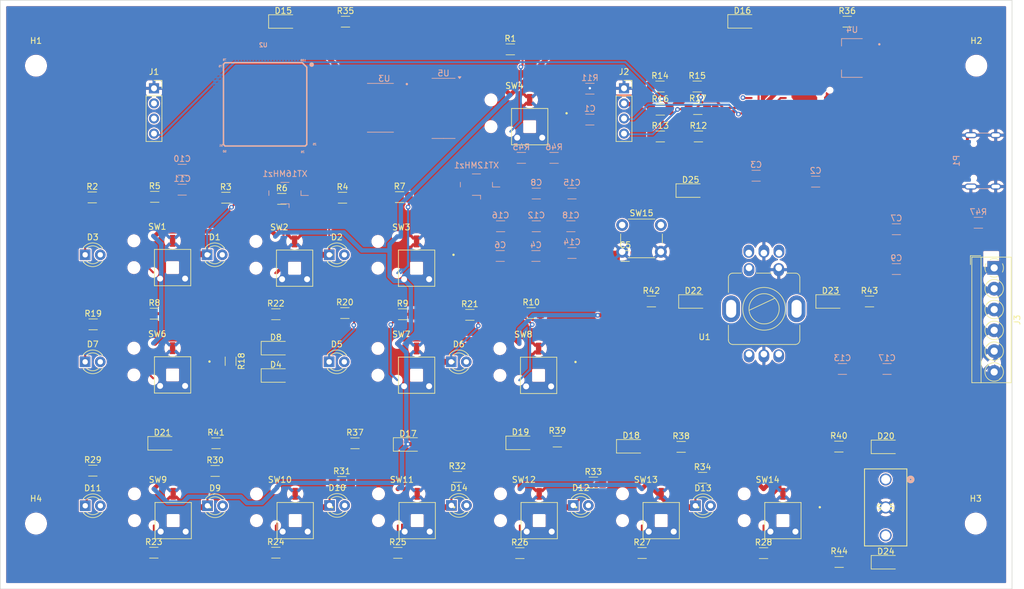
<source format=kicad_pcb>
(kicad_pcb (version 20240108) (generator "pcbnew") (generator_version "8.0")
  (layers (0 "F.Cu" signal) (31 "B.Cu" signal) (34 "B.Paste" user) (35 "F.Paste" user) (36 "B.SilkS" user "B.Silkscreen") (37 "F.SilkS" user "F.Silkscreen") (38 "B.Mask" user) (39 "F.Mask" user) (44 "Edge.Cuts" user))
  (net 0 "")
  (net 1 "SDA0")
  (net 2 "SCL0")
  (net 3 "GND")
  (net 4 "SCL1")
  (net 5 "SDA1")
  (net 6 "RADIO_KHZ_RIGHT")
  (net 7 "RADIO_MHZ_RIGHT")
  (net 8 "RADIO_KHZ_LEFT")
  (net 9 "RADIO_MHZ_LEFT")
  (net 10 "SDA")
  (net 11 "SCL")
  (net 12 "BACK_LED")
  (net 13 "+3V31")
  (net 14 "VHF3_LED")
  (net 15 "VHF1_LED")
  (net 16 "VHF2_LED")
  (net 18 "Net-(R1-Pad2)")
  (net 19 "Net-(D1-K)")
  (net 20 "Net-(D2-K)")
  (net 21 "Net-(D3-K)")
  (net 22 "Net-(R5-Pad1)")
  (net 35 "Net-(U3-~{RESET})")
  (net 36 "Net-(R6-Pad1)")
  (net 38 "Net-(R7-Pad2)")
  (net 41 "Net-(R8-Pad1)")
  (net 45 "Net-(U2-AREF)")
  (net 46 "VBUS")
  (net 47 "Net-(R9-Pad1)")
  (net 48 "Net-(R10-Pad1)")
  (net 51 "Net-(R23-Pad1)")
  (net 52 "Net-(R24-Pad1)")
  (net 54 "Net-(D4-K)")
  (net 55 "SEL_LED")
  (net 56 "HF2_LED")
  (net 57 "Net-(D5-K)")
  (net 58 "AM_LED")
  (net 59 "Net-(D6-K)")
  (net 60 "Net-(D7-K)")
  (net 61 "HF1_LED")
  (net 62 "Net-(D8-K)")
  (net 63 "VOR_LED")
  (net 64 "Net-(D9-K)")
  (net 65 "ILS_LED")
  (net 66 "Net-(D10-K)")
  (net 67 "NAV_LED")
  (net 68 "Net-(D11-K)")
  (net 69 "Net-(D12-K)")
  (net 70 "ADF_LED")
  (net 71 "Net-(D13-K)")
  (net 72 "BFO_LED")
  (net 73 "Net-(D14-K)")
  (net 74 "MLS_LED")
  (net 76 "Net-(R25-Pad1)")
  (net 77 "Net-(R26-Pad1)")
  (net 80 "Net-(R27-Pad1)")
  (net 82 "Net-(R28-Pad1)")
  (net 83 "VHF1_BTN")
  (net 85 "VHF2_BTN")
  (net 87 "Net-(D15-K)")
  (net 88 "Net-(D16-K)")
  (net 89 "Net-(D17-K)")
  (net 90 "Net-(D18-K)")
  (net 91 "Net-(D19-K)")
  (net 92 "Net-(D20-K)")
  (net 93 "Net-(D21-K)")
  (net 94 "Net-(D22-K)")
  (net 95 "Net-(D23-K)")
  (net 96 "Net-(D24-K)")
  (net 97 "MISO")
  (net 98 "MOSI")
  (net 99 "SCK")
  (net 100 "RESET")
  (net 101 "+5V")
  (net 102 "Net-(U5-V3)")
  (net 103 "Net-(C2-Pad1)")
  (net 105 "UD+")
  (net 106 "Net-(U5-XO)")
  (net 107 "Net-(U5-XI)")
  (net 108 "UD-")
  (net 110 "RXD")
  (net 111 "TXD")
  (net 114 "Net-(U5-TXD)")
  (net 115 "Net-(U5-RXD)")
  (net 116 "DTR")
  (net 122 "VCC")
  (net 123 "Net-(U2-XTAL1)")
  (net 124 "Net-(U2-XTAL2)")
  (net 125 "Net-(U2-~{RESET})")
  (net 205 "VHF3_BTN")
  (net 206 "XFER_BTN")
  (net 207 "HF1_BTN")
  (net 208 "HF2_BTN")
  (net 209 "AM_BTN")
  (net 210 "NAV_BTN")
  (net 211 "VOR_BTN")
  (net 212 "ILS_BTN")
  (net 213 "MLS_BTN")
  (net 214 "ADF_BTN")
  (net 215 "BFO_BTN")
  (footprint "Resistor_SMD:R_1206_3216Metric_Pad1.30x1.75mm_HandSolder" (layer "F.Cu") (at 138.9 36.9)
    (property "Reference" "R13")
    (property "Value" "R4.7K")
  )
  (footprint "SimPanel:SW_TL3240F260R" (layer "F.Cu") (at 98.05 101.5)
    (property "Reference" "SW11")
    (property "Value" "ILS")
  )
  (footprint "Resistor_SMD:R_1206_3216Metric_Pad1.30x1.75mm_HandSolder" (layer "F.Cu") (at 121.6 88.2)
    (property "Reference" "R39")
    (property "Value" "BACK5_L_R")
  )
  (footprint "Resistor_SMD:R_1206_3216Metric_Pad1.30x1.75mm_HandSolder" (layer "F.Cu") (at 156.25 106.975)
    (property "Reference" "R28")
    (property "Value" "R_LBFO")
  )
  (footprint "SimPanel:EC11EBB24C03" (layer "F.Cu") (at 153.8 73.5)
    (property "Reference" "U1")
    (property "Value" "ENCODER")
  )
  (footprint "SimPanel:SW_TL3240F260R" (layer "F.Cu") (at 56.95 77)
    (property "Reference" "SW6")
    (property "Value" "HF1")
  )
  (footprint "Resistor_SMD:R_1206_3216Metric_Pad1.30x1.75mm_HandSolder" (layer "F.Cu") (at 138.9 32.4)
    (property "Reference" "R16")
    (property "Value" "R4.7K")
  )
  (footprint "SimPanel:SW_TL3240F260R" (layer "F.Cu") (at 118.55 101.5)
    (property "Reference" "SW12")
    (property "Value" "MLS")
  )
  (footprint "LED_THT:LED_D3.0mm" (layer "F.Cu") (at 83.275 56.8)
    (property "Reference" "D2")
    (property "Value" "VHF3_L")
  )
  (footprint "SFLibrary:100SP1T1_EWI" (layer "F.Cu") (at 176.7666 94.5799)
    (property "Reference" "SW5")
    (property "Value" "100SP1T1B4M2QE")
  )
  (footprint "Resistor_SMD:R_1206_3216Metric_Pad1.30x1.75mm_HandSolder" (layer "F.Cu") (at 95.6 66.8)
    (property "Reference" "R9")
    (property "Value" "R_LHF2")
  )
  (footprint "SimPanel:SW_TL3240F260R" (layer "F.Cu") (at 139.05 101.5)
    (property "Reference" "SW13")
    (property "Value" "ADF")
  )
  (footprint "Resistor_SMD:R_1206_3216Metric_Pad1.30x1.75mm_HandSolder" (layer "F.Cu") (at 115.3 106.975)
    (property "Reference" "R26")
    (property "Value" "R_LMLS")
  )
  (footprint "SimPanel:SW_TL3240F260R" (layer "F.Cu") (at 116.95 35.25)
    (property "Reference" "SW4")
    (property "Value" "XFER_SW")
  )
  (footprint "SimPanel:SW_TL3240F260R" (layer "F.Cu") (at 77.55 101.5)
    (property "Reference" "SW10")
    (property "Value" "VOR")
  )
  (footprint "LED_SMD:LED_1206_3216Metric_Pad1.42x1.75mm_HandSolder" (layer "F.Cu") (at 144.45 64.65)
    (property "Reference" "D22")
    (property "Value" "BACK8_L")
  )
  (footprint "Resistor_SMD:R_1206_3216Metric_Pad1.30x1.75mm_HandSolder" (layer "F.Cu") (at 64.1 93.15)
    (property "Reference" "R30")
    (property "Value" "VOR_L_R")
  )
  (footprint "Resistor_SMD:R_1206_3216Metric_Pad1.30x1.75mm_HandSolder" (layer "F.Cu") (at 65.9 47.2)
    (property "Reference" "R3")
    (property "Value" "VHF2_L_R")
  )
  (footprint "LED_THT:LED_D3.0mm" (layer "F.Cu") (at 42.26 56.8)
    (property "Reference" "D3")
    (property "Value" "VHF1_L")
  )
  (footprint "Connector_PinSocket_2.54mm:PinSocket_1x04_P2.54mm_Vertical" (layer "F.Cu") (at 53.825 28.8)
    (property "Reference" "J1")
    (property "Value" "VHF Active OLED")
  )
  (footprint "LED_SMD:LED_1206_3216Metric_Pad1.42x1.75mm_HandSolder" (layer "F.Cu") (at 167.5 64.65)
    (property "Reference" "D23")
    (property "Value" "BACK9_L")
  )
  (footprint "Resistor_SMD:R_1206_3216Metric_Pad1.30x1.75mm_HandSolder" (layer "F.Cu") (at 95.1 47.1)
    (property "Reference" "R7")
    (property "Value" "R_LED3")
  )
  (footprint "Resistor_SMD:R_1206_3216Metric_Pad1.30x1.75mm_HandSolder" (layer "F.Cu") (at 85.4 95)
    (property "Reference" "R31")
    (property "Value" "ILS_L_R")
  )
  (footprint "LED_THT:LED_D3.0mm" (layer "F.Cu") (at 83.325 98.95)
    (property "Reference" "D10")
    (property "Value" "ILS_L")
  )
  (footprint "LED_SMD:LED_1206_3216Metric_Pad1.42x1.75mm_HandSolder" (layer "F.Cu") (at 75.55 17.5658)
    (property "Reference" "D15")
    (property "Value" "BACK1_L")
  )
  (footprint "Resistor_SMD:R_1206_3216Metric_Pad1.30x1.75mm_HandSolder" (layer "F.Cu") (at 53.9 66.7)
    (property "Reference" "R8")
    (property "Value" "R_LHF1")
  )
  (footprint "Resistor_SMD:R_1206_3216Metric_Pad1.30x1.75mm_HandSolder" (layer "F.Cu") (at 135.85 106.95)
    (property "Reference" "R27")
    (property "Value" "R_LADF")
  )
  (footprint "Resistor_SMD:R_1206_3216Metric_Pad1.30x1.75mm_HandSolder" (layer "F.Cu") (at 168.9 89.05)
    (property "Reference" "R40")
    (property "Value" "BACK6_L_R")
  )
  (footprint "Resistor_SMD:R_1206_3216Metric_Pad1.30x1.75mm_HandSolder" (layer "F.Cu") (at 170.3 17.6)
    (property "Reference" "R36")
    (property "Value" "BACK2_L_R")
  )
  (footprint "MountingHole:MountingHole_3.2mm_M3" (layer "F.Cu") (at 34 25)
    (property "Reference" "H1")
    (property "Value" "MountingHole")
  )
  (footprint "Resistor_SMD:R_1206_3216Metric_Pad1.30x1.75mm_HandSolder" (layer "F.Cu") (at 142.4 89.1)
    (property "Reference" "R38")
    (property "Value" "BACK4_L_R")
  )
  (footprint "LED_SMD:LED_1206_3216Metric_Pad1.42x1.75mm_HandSolder" (layer "F.Cu") (at 152.7007 17.55)
    (property "Reference" "D16")
    (property "Value" "BACK2_L")
  )
  (footprint "Resistor_SMD:R_1206_3216Metric_Pad1.30x1.75mm_HandSolder" (layer "F.Cu") (at 64.25 88.5)
    (property "Reference" "R41")
    (property "Value" "BACK7_L_R")
  )
  (footprint "Resistor_SMD:R_1206_3216Metric_Pad1.30x1.75mm_HandSolder" (layer "F.Cu") (at 137.4 64.65)
    (property "Reference" "R42")
    (property "Value" "BACK8_L_R")
  )
  (footprint "Resistor_SMD:R_1206_3216Metric_Pad1.30x1.75mm_HandSolder" (layer "F.Cu") (at 85.9 66.6)
    (property "Reference" "R20")
    (property "Value" "HF2_L_R")
  )
  (footprint "Resistor_SMD:R_1206_3216Metric_Pad1.30x1.75mm_HandSolder" (layer "F.Cu") (at 104.8 94.15)
    (property "Reference" "R32")
    (property "Value" "MLS_L_R")
  )
  (footprint "Resistor_SMD:R_1206_3216Metric_Pad1.30x1.75mm_HandSolder" (layer "F.Cu") (at 138.85 28.5)
    (property "Reference" "R14")
    (property "Value" "R4.7K")
  )
  (footprint "SimPanel:SW_TL3240F260R" (layer "F.Cu") (at 77.45 59.05)
    (property "Reference" "SW2")
    (property "Value" "VHF2_SW")
  )
  (footprint "SimPanel:SW_TL3240F260R" (layer "F.Cu") (at 97.95 77.05)
    (property "Reference" "SW7")
    (property "Value" "HF2")
  )
  (footprint "Resistor_SMD:R_1206_3216Metric_Pad1.30x1.75mm_HandSolder" (layer "F.Cu") (at 43.55 93.1)
    (property "Reference" "R29")
    (property "Value" "NAV_L_R")
  )
  (footprint "MountingHole:MountingHole_3.2mm_M3" (layer "F.Cu") (at 191.9 102)
    (property "Reference" "H3")
    (property "Value" "MountingHole")
  )
  (footprint "LED_THT:LED_D3.0mm" (layer "F.Cu") (at 103.8 98.95)
    (property "Reference" "D14")
    (property "Value" "MLS_L")
  )
  (footprint "LED_THT:LED_D3.0mm" (layer "F.Cu") (at 103.76 74.8)
    (property "Reference" "D6")
    (property "Value" "AM_L")
  )
  (footprint "TerminalBlock_MetzConnect:TerminalBlock_MetzConnect_Type059_RT06306HBWC_1x06_P3.50mm_Horizontal" (layer "F.Cu") (at 195 59 -90)
    (property "Reference" "J3")
    (property "Value" "Screw_Terminal_01x06")
  )
  (footprint "LED_THT:LED_D3.0mm" (layer "F.Cu") (at 62.76 56.8)
    (property "Reference" "D1")
    (property "Value" "VHF2_L")
  )
  (footprint "LED_SMD:LED_1206_3216Metric_Pad1.42x1.75mm_HandSolder" (layer "F.Cu") (at 134 89)
    (property "Reference" "D18")
    (property "Value" "BACK4_L")
  )
  (footprint "LED_THT:LED_D3.0mm" (layer "F.Cu") (at 144.8 99)
    (property "Reference" "D13")
    (property "Value" "BFO_L")
  )
  (footprint "SimPanel:SW_TL3240F260R" (layer "F.Cu") (at 118.45 77.075)
    (property "Reference" "SW8")
    (property "Value" "AM")
  )
  (footprint "LED_SMD:LED_1206_3216Metric_Pad1.42x1.75mm_HandSolder" (layer "F.Cu") (at 74.3 77.1)
    (property "Reference" "D4")
    (property "Value" "SEL_L")
  )
  (footprint "Resistor_SMD:R_1206_3216Metric_Pad1.30x1.75mm_HandSolder" (layer "F.Cu") (at 74.3 66.8)
    (property "Reference" "R22")
    (property "Value" "SEL_B_L_R")
  )
  (footprint "LED_SMD:LED_1206_3216Metric_Pad1.42x1.75mm_HandSolder" (layer "F.Cu") (at 115.4088 88.4292)
    (property "Reference" "D19")
    (property "Value" "BACK5_L")
  )
  (footprint "Button_Switch_THT:SW_PUSH_6mm_H4.3mm" (layer "F.Cu") (at 132.49 51.79)
    (property "Reference" "SW15")
    (property "Value" "RST SW")
  )
  (footprint "SimPanel:SW_TL3240F260R" (layer "F.Cu") (at 57.05 101.5)
    (property "Reference" "SW9")
    (property "Value" "NAV")
  )
  (footprint "Capacitor_SMD:C_1206_3216Metric_Pad1.33x1.80mm_HandSolder" (layer "F.Cu") (at 133 57)
    (property "Reference" "C5")
    (property "Value" "10uF")
  )
  (footprint "LED_THT:LED_D3.0mm" (layer "F.Cu") (at 62.81 99)
    (property "Reference" "D9")
    (property "Value" "VOR_L")
  )
  (footprint "Resistor_SMD:R_1206_3216Metric_Pad1.30x1.75mm_HandSolder" (layer "F.Cu") (at 127.65 95.1)
    (property "Reference" "R33")
    (property "Value" "ADF_L_R")
  )
  (footprint "Resistor_SMD:R_1206_3216Metric_Pad1.30x1.75mm_HandSolder" (layer "F.Cu") (at 113.7 22.25)
    (property "Reference" "R1")
    (property "Value" "XFER_LED_R")
  )
  (footprint "Resistor_SMD:R_1206_3216Metric_Pad1.30x1.75mm_HandSolder" (layer "F.Cu") (at 53.95 47.05)
    (property "Reference" "R5")
    (property "Value" "R_LED1")
  )
  (footprint "Resistor_SMD:R_1206_3216Metric_Pad1.30x1.75mm_HandSolder" (layer "F.Cu") (at 106.9 66.9)
    (property "Reference" "R21")
    (property "Value" "AM_L_R")
  )
  (footprint "Resistor_SMD:R_1206_3216Metric_Pad1.30x1.75mm_HandSolder" (layer "F.Cu") (at 74.3 106.9)
    (property "Reference" "R24")
    (property "Value" "R_LVOR")
  )
  (footprint "LED_THT:LED_D3.0mm" (layer "F.Cu") (at 42.26 74.8)
    (property "Reference" "D7")
    (property "Value" "HF1_L")
  )
  (footprint "SimPanel:SW_TL3240F260R" (layer "F.Cu") (at 97.95 59.05)
    (property "Reference" "SW3")
    (property "Value" "VHF3_SW")
  )
  (footprint "Resistor_SMD:R_1206_3216Metric_Pad1.30x1.75mm_HandSolder" (layer "F.Cu") (at 145.3 36.9)
    (property "Reference" "R12")
    (property "Value" "R4.7K")
  )
  (footprint "LED_THT:LED_D3.0mm" (layer "F.Cu") (at 42.275 99)
    (property "Reference" "D11")
    (property "Value" "NAV_L")
  )
  (footprint "LED_THT:LED_D3.0mm" (layer "F.Cu") (at 83.26 74.8)
    (property "Reference" "D5")
    (property "Value" "HF2_L")
  )
  (footprint "Resistor_SMD:R_1206_3216Metric_Pad1.30x1.75mm_HandSolder" (layer "F.Cu") (at 43.6 68.5)
    (property "Reference" "R19")
    (property "Value" "HF1_L_R")
  )
  (footprint "Resistor_SMD:R_1206_3216Metric_Pad1.30x1.75mm_HandSolder" (layer "F.Cu") (at 66.7 74.7 -90)
    (property "Reference" "R18")
    (property "Value" "SEL_LED_R")
  )
  (footprint "LED_SMD:LED_1206_3216Metric_Pad1.42x1.75mm_HandSolder" (layer "F.Cu") (at 55.25 88.5)
    (property "Reference" "D21")
    (property "Value" "BACK7_L")
  )
  (footprint "LED_SMD:LED_1206_3216Metric_Pad1.42x1.75mm_HandSolder" (layer "F.Cu") (at 176.8 89.1)
    (property "Reference" "D20")
    (property "Value" "BACK6_L")
  )
  (footprint "Resistor_SMD:R_1206_3216Metric_Pad1.30x1.75mm_HandSolder" (layer "F.Cu") (at 75.3 47.4)
    (property "Reference" "R6")
    (property "Value" "R_LED2")
  )
  (footprint "Resistor_SMD:R_1206_3216Metric_Pad1.30x1.75mm_HandSolder" (layer "F.Cu") (at 168.95 108.45)
    (property "Reference" "R44")
    (property "Value" "BACK10_L_R")
  )
  (footprint "SimPanel:SW_TL3240F260R" (layer "F.Cu") (at 56.95 58.95)
    (property "Reference" "SW1")
    (property "Value" "VHF1_SW")
  )
  (footprint "Resistor_SMD:R_1206_3216Metric_Pad1.30x1.75mm_HandSolder" (layer "F.Cu") (at 86 17.6)
    (property "Reference" "R35")
    (property "Value" "BACK1_L_R")
  )
  (footprint "Resistor_SMD:R_1206_3216Metric_Pad1.30x1.75mm_HandSolder" (layer "F.Cu") (at 145.1 28.5)
    (property "Reference" "R15")
    (property "Value" "R4.7K")
  )
  (footprint "LED_SMD:LED_1206_3216Metric_Pad1.42x1.75mm_HandSolder" (layer "F.Cu") (at 176.8 108.5)
    (property "Reference" "D24")
    (property "Value" "BACK10_L")
  )
  (footprint "Resistor_SMD:R_1206_3216Metric_Pad1.30x1.75mm_HandSolder" (layer "F.Cu") (at 53.8 106.9)
    (property "Reference" "R23")
    (property "Value" "R_LNAV")
  )
  (footprint "MountingHole:MountingHole_3.2mm_M3" (layer "F.Cu") (at 34 102)
    (property "Reference" "H4")
    (property "Value" "MountingHole")
  )
  (footprint "Resistor_SMD:R_1206_3216Metric_Pad1.30x1.75mm_HandSolder" (layer "F.Cu") (at 117.2 66.6)
    (property "Reference" "R10")
    (property "Value" "R_LAM")
  )
  (footprint "LED_SMD:LED_1206_3216Metric_Pad1.42x1.75mm_HandSolder" (layer "F.Cu") (at 74.3 72.5)
    (property "Reference" "D8")
    (property "Value" "SEL_BACK_L")
  )
  (footprint "Resistor_SMD:R_1206_3216Metric_Pad1.30x1.75mm_HandSolder" (layer "F.Cu") (at 146 94.3)
    (property "Reference" "R34")
    (property "Value" "BFO_L_R")
  )
  (footprint "Resistor_SMD:R_1206_3216Metric_Pad1.30x1.75mm_HandSolder" (layer "F.Cu") (at 94.8 106.925)
    (property "Reference" "R25")
    (property "Value" "R_LILS")
  )
  (footprint "Resistor_SMD:R_1206_3216Metric_Pad1.30x1.75mm_HandSolder" (layer "F.Cu") (at 87.6 88.5)
    (property "Reference" "R37")
    (property "Value" "BACK3_L_R")
  )
  (footprint "LED_SMD:LED_1206_3216Metric_Pad1.42x1.75mm_HandSolder" (layer "F.Cu") (at 96.5 88.7)
    (property "Reference" "D17")
    (property "Value" "BACK3_L")
  )
  (footprint "Resistor_SMD:R_1206_3216Metric_Pad1.30x1.75mm_HandSolder" (layer "F.Cu") (at 145.2 32.3)
    (property "Reference" "R17")
    (property "Value" "R10K")
  )
  (footprint "Resistor_SMD:R_1206_3216Metric_Pad1.30x1.75mm_HandSolder" (layer "F.Cu") (at 43.45 47.15)
    (property "Reference" "R2")
    (property "Value" "VHF1_L_R")
  )
  (footprint "Resistor_SMD:R_1206_3216Metric_Pad1.30x1.75mm_HandSolder" (layer "F.Cu") (at 85.5 47.2)
    (property "Reference" "R4")
    (property "Value" "VHF3_L_R")
  )
  (footprint "MountingHole:MountingHole_3.2mm_M3" (layer "F.Cu") (at 192 25)
    (property "Reference" "H2")
    (property "Value" "MountingHole")
  )
  (footprint "Connector_PinSocket_2.54mm:PinSocket_1x04_P2.54mm_Vertical" (layer "F.Cu") (at 132.8 28.8)
    (property "Reference" "J2")
    (property "Value" "VHF Standby OLED")
  )
  (footprint "LED_SMD:LED_1206_3216Metric_Pad1.42x1.75mm_HandSolder" (layer "F.Cu") (at 144 46)
    (property "Reference" "D25")
    (property "Value" "3V_LED")
  )
  (footprint "LED_THT:LED_D3.0mm" (layer "F.Cu") (at 124.275 98.95)
    (property "Reference" "D12")
    (property "Value" "ADF_L")
  )
  (footprint "SimPanel:SW_TL3240F260R" (layer "F.Cu") (at 159.5 101.5)
    (property "Reference" "SW14")
    (property "Value" "BFO")
  )
  (footprint "Resistor_SMD:R_1206_3216Metric_Pad1.30x1.75mm_HandSolder" (layer "F.Cu") (at 174.05 64.65)
    (property "Reference" "R43")
    (property "Value" "BACK9_L_R")
  )
  (footprint "SFLibrary:SOT230P700X180-4N" (layer "B.Cu") (at 171.1 23.7 180)
    (property "Reference" "U4")
    (property "Value" "TLV1117-33")
  )
  (footprint "Capacitor_SMD:C_1206_3216Metric_Pad1.33x1.80mm_HandSolder" (layer "B.Cu") (at 58.5625 42.5 180)
    (property "Reference" "C10")
    (property "Value" "22pF")
  )
  (footprint "Capacitor_SMD:C_1206_3216Metric_Pad1.33x1.80mm_HandSolder" (layer "B.Cu") (at 165 44.5 180)
    (property "Reference" "C2")
    (property "Value" "100nF")
  )
  (footprint "Capacitor_SMD:C_1206_3216Metric_Pad1.33x1.80mm_HandSolder" (layer "B.Cu") (at 118.0625 46.5 180)
    (property "Reference" "C8")
    (property "Value" "22pF")
  )
  (footprint "Connector_USB:USB_C_Receptacle_GCT_USB4105-xx-A_16P_TopMnt_Horizontal" (layer "B.Cu") (at 194.18 41 -90)
    (property "Reference" "P1")
    (property "Value" "USB_C_Plug_USB2.0")
  )
  (footprint "Capacitor_SMD:C_1206_3216Metric_Pad1.33x1.80mm_HandSolder" (layer "B.Cu") (at 118.0625 52 180)
    (property "Reference" "C12")
    (property "Value" "100nF")
  )
  (footprint "SFLibrary:TQFP100-0.5-14X14MM" (layer "B.Cu") (at 72.5 31.5 180)
    (property "Reference" "U2")
    (property "Value" "ATMega2560")
  )
  (footprint "Capacitor_SMD:C_1206_3216Metric_Pad1.33x1.80mm_HandSolder" (layer "B.Cu") (at 178.5625 52.5 180)
    (property "Reference" "C7")
    (property "Value" "10uF")
  )
  (footprint "Capacitor_SMD:C_1206_3216Metric_Pad1.33x1.80mm_HandSolder" (layer "B.Cu") (at 58.5625 45.85 180)
    (property "Reference" "C11")
    (property "Value" "22pF")
  )
  (footprint "Capacitor_SMD:C_1206_3216Metric_Pad1.33x1.80mm_HandSolder" (layer "B.Cu") (at 124.0625 56.5 180)
    (property "Reference" "C14")
    (property "Value" "100nF")
  )
  (footprint "Capacitor_SMD:C_1206_3216Metric_Pad1.33x1.80mm_HandSolder" (layer "B.Cu") (at 118 57 180)
    (property "Reference" "C4")
    (property "Value" "10uF")
  )
  (footprint "Capacitor_SMD:C_1206_3216Metric_Pad1.33x1.80mm_HandSolder" (layer "B.Cu") (at 124.0625 46.5 180)
    (property "Reference" "C15")
    (property "Value" "100nF")
  )
  (footprint "Resistor_SMD:R_1206_3216Metric_Pad1.30x1.75mm_HandSolder" (layer "B.Cu") (at 192.343332 51.41 180)
    (property "Reference" "R47")
    (property "Value" "10K")
  )
  (footprint "Capacitor_SMD:C_1206_3216Metric_Pad1.33x1.80mm_HandSolder" (layer "B.Cu") (at 112.0625 52 180)
    (property "Reference" "C16")
    (property "Value" "100nF")
  )
  (footprint "Package_SO:SOIC-16_3.9x9.9mm_P1.27mm" (layer "B.Cu") (at 102.475 32.175 180)
    (property "Reference" "U5")
    (property "Value" "CH340G")
  )
  (footprint "Resistor_SMD:R_1206_3216Metric_Pad1.30x1.75mm_HandSolder" (layer "B.Cu") (at 121.05 40.5 180)
    (property "Reference" "R46")
    (property "Value" "R1K")
  )
  (footprint "Crystal:Crystal_SMD_EuroQuartz_MJ-4Pin_5.0x3.2mm_HandSoldering" (layer "B.Cu") (at 108 45 180)
    (property "Reference" "XT12MHz1")
    (property "Value" "~")
  )
  (footprint "Crystal:Crystal_SMD_EuroQuartz_MJ-4Pin_5.0x3.2mm_HandSoldering" (layer "B.Cu") (at 75.825 46.425 180)
    (property "Reference" "XT16MHz1")
    (property "Value" "~")
  )
  (footprint "Capacitor_SMD:C_1206_3216Metric_Pad1.33x1.80mm_HandSolder" (layer "B.Cu") (at 169.5 76 180)
    (property "Reference" "C13")
    (property "Value" "100nF")
  )
  (footprint "Capacitor_SMD:C_1206_3216Metric_Pad1.33x1.80mm_HandSolder" (layer "B.Cu") (at 178.5625 59.2 180)
    (property "Reference" "C9")
    (property "Value" "100nF")
  )
  (footprint "Capacitor_SMD:C_1206_3216Metric_Pad1.33x1.80mm_HandSolder" (layer "B.Cu") (at 155 43.5 180)
    (property "Reference" "C3")
    (property "Value" "100nF")
  )
  (footprint "Capacitor_SMD:C_1206_3216Metric_Pad1.33x1.80mm_HandSolder" (layer "B.Cu") (at 112 57 180)
    (property "Reference" "C6")
    (property "Value" "22pF")
  )
  (footprint "Capacitor_SMD:C_1206_3216Metric_Pad1.33x1.80mm_HandSolder" (layer "B.Cu") (at 127.062 34.0651 180)
    (property "Reference" "C1")
    (property "Value" "100nF")
  )
  (footprint "Resistor_SMD:R_1206_3216Metric_Pad1.30x1.75mm_HandSolder" (layer "B.Cu") (at 127.062 28.8651 180)
    (property "Reference" "R11")
    (property "Value" "R4.7K")
  )
  (footprint "Capacitor_SMD:C_1206_3216Metric_Pad1.33x1.80mm_HandSolder" (layer "B.Cu") (at 123.871904 52 180)
    (property "Reference" "C18")
    (property "Value" "100nF")
  )
  (footprint "Capacitor_SMD:C_1206_3216Metric_Pad1.33x1.80mm_HandSolder" (layer "B.Cu") (at 177 76 180)
    (property "Reference" "C17")
    (property "Value" "100nF")
  )
  (footprint "Resistor_SMD:R_1206_3216Metric_Pad1.30x1.75mm_HandSolder" (layer "B.Cu") (at 115.55 40.5 180)
    (property "Reference" "R45")
    (property "Value" "R1K")
  )
  (footprint "SFLibrary:SOP65P640X120-24N" (layer "B.Cu") (at 91.87 32.075 180)
    (property "Reference" "U3")
    (property "Value" "PCA9548APW")
  )
  (gr_rect (start 28 14) (end 198 113) (stroke (width 0.1)) (fill none) (layer "Edge.Cuts"))
  (segment (start 52.35 76.225) (end 52.35 66.7) (width 0.35) (layer "F.Cu") (net 0))
  (segment (start 52.4 58.475) (end 52.4 47.05) (width 0.35) (layer "F.Cu") (net 0))
  (segment (start 53.7 59.775) (end 52.4 58.475) (width 0.35) (layer "F.Cu") (net 0))
  (segment (start 53.7 77.575) (end 52.35 76.225) (width 0.35) (layer "F.Cu") (net 0))
  (segment (start 154.23 31.075) (end 153.17 31.075) (width 0.35) (layer "F.Cu") (net 1))
  (segment (start 140.59 31.9894) (end 139.181 30.5795) (width 0.35) (layer "F.Cu") (net 1))
  (segment (start 148.243 27.2473) (end 145.99 27.2473) (width 0.35) (layer "F.Cu") (net 1))
  (segment (start 140.9175 31.6621) (end 140.45 32.1296) (width 0.35) (layer "F.Cu") (net 1))
  (segment (start 152.141 31.1455) (end 148.243 27.2473) (width 0.35) (layer "F.Cu") (net 1))
  (segment (start 139.181 30.5795) (end 139.181 30.5811) (width 0.35) (layer "F.Cu") (net 1))
  (segment (start 145.99 27.2473) (end 145.1 28.1374) (width 0.35) (layer "F.Cu") (net 1))
  (segment (start 145.1 28.8702) (end 142.635 31.3348) (width 0.35) (layer "F.Cu") (net 1))
  (segment (start 145.1 28.1374) (end 145.1 28.8702) (width 0.35) (layer "F.Cu") (net 1))
  (segment (start 141.245 31.3348) (end 140.9175 31.6621) (width 0.35) (layer "F.Cu") (net 1))
  (segment (start 153.1 31.1455) (end 152.141 31.1455) (width 0.35) (layer "F.Cu") (net 1))
  (segment (start 140.9175 31.6621) (end 140.59 31.9894) (width 0.35) (layer "F.Cu") (net 1))
  (segment (start 142.635 31.3348) (end 141.245 31.3348) (width 0.35) (layer "F.Cu") (net 1))
  (segment (start 153.17 31.075) (end 153.1 31.1455) (width 0.35) (layer "F.Cu") (net 1))
  (via (at 139.181 30.5811) (size 0.8) (drill 0.4) (layers "F.Cu" "B.Cu") (net 1))
  (segment (start 133.01 24.4108) (end 139.181 30.5811) (width 0.35) (layer "B.Cu") (net 1))
  (segment (start 55.1267 36.64) (end 67.3559 24.4108) (width 0.35) (layer "B.Cu") (net 1))
  (segment (start 67.3559 24.4108) (end 133.01 24.4108) (width 0.35) (layer "B.Cu") (net 1))
  (segment (start 54.045 36.64) (end 55.1267 36.64) (width 0.35) (layer "B.Cu") (net 1))
  (segment (start 145.043 38.1926) (end 143.75 36.9) (width 0.35) (layer "F.Cu") (net 2))
  (segment (start 158.784 30.7619) (end 158.784 38.1512) (width 0.35) (layer "F.Cu") (net 2))
  (segment (start 158.784 38.1926) (end 145.043 38.1926) (width 0.35) (layer "F.Cu") (net 2))
  (segment (start 159.97 30.425) (end 159.121 30.425) (width 0.35) (layer "F.Cu") (net 2))
  (segment (start 158.784 38.1512) (end 158.784 38.1926) (width 0.35) (layer "F.Cu") (net 2))
  (segment (start 159.121 30.425) (end 158.784 30.7619) (width 0.35) (layer "F.Cu") (net 2))
  (segment (start 141.248 99.7733) (end 137.4 95.925) (width 0.75) (layer "F.Cu") (net 3))
  (segment (start 151.377 100.777) (end 143.127 100.777) (width 0.75) (layer "F.Cu") (net 3))
  (segment (start 143.127 100.777) (end 142.124 99.7733) (width 0.75) (layer "F.Cu") (net 3))
  (segment (start 137.4 106.15) (end 136.25 107.3) (width 0.35) (layer "F.Cu") (net 3))
  (segment (start 155.95 98.7752) (end 153.378 98.7752) (width 0.75) (layer "F.Cu") (net 3))
  (segment (start 142.124 99.7733) (end 141.248 99.7733) (width 0.75) (layer "F.Cu") (net 3))
  (segment (start 158.9 95.825) (end 155.95 98.7752) (width 0.75) (layer "F.Cu") (net 3))
  (segment (start 153.378 98.7752) (end 151.377 100.777) (width 0.75) (layer "F.Cu") (net 3))
  (segment (start 137.4 102.075) (end 137.4 106.15) (width 0.35) (layer "F.Cu") (net 3))
  (segment (start 146.65 28.5) (end 145.688 29.4616) (width 0.35) (layer "F.Cu") (net 4))
  (segment (start 154.23 33.025) (end 152.138 33.025) (width 0.35) (layer "F.Cu") (net 4))
  (segment (start 152.138 33.025) (end 152.024 33.1384) (width 0.35) (layer "F.Cu") (net 4))
  (segment (start 128.308 30.0324) (end 141.684 30.0324) (width 0.35) (layer "F.Cu") (net 4))
  (segment (start 154.23 30.425) (end 152.836 30.425) (width 0.35) (layer "F.Cu") (net 4))
  (segment (start 127.062 28.7867) (end 128.308 30.0324) (width 0.35) (layer "F.Cu") (net 4))
  (segment (start 145.688 29.4616) (end 145.688 30.3206) (width 0.35) (layer "F.Cu") (net 4))
  (segment (start 152.836 30.425) (end 152.778 30.3673) (width 0.35) (layer "F.Cu") (net 4))
  (via (at 145.688 30.3206) (size 0.8) (drill 0.4) (layers "F.Cu" "B.Cu") (net 4))
  (via (at 152.778 30.3673) (size 0.8) (drill 0.4) (layers "F.Cu" "B.Cu") (net 4))
  (via (at 152.024 33.1384) (size 0.8) (drill 0.4) (layers "F.Cu" "B.Cu") (net 4))
  (via (at 127.062 28.7867) (size 0.8) (drill 0.4) (layers "F.Cu" "B.Cu") (net 4))
  (segment (start 127.062 28.7867) (end 125.5904 28.7867) (width 0.35) (layer "B.Cu") (net 4))
  (segment (start 150.448 31.5621) (end 152.024 33.1384) (width 0.35) (layer "B.Cu") (net 4))
  (segment (start 145.688 31.5621) (end 150.448 31.5621) (width 0.35) (layer "B.Cu") (net 4))
  (segment (start 136.865 31.5621) (end 145.688 31.5621) (width 0.35) (layer "B.Cu") (net 4))
  (segment (start 134.427 34) (end 136.865 31.5621) (width 0.35) (layer "B.Cu") (net 4))
  (segment (start 133.2 34) (end 134.427 34) (width 0.35) (layer "B.Cu") (net 4))
  (segment (start 145.688 31.5621) (end 145.688 30.3206) (width 0.35) (layer "B.Cu") (net 4))
  (segment (start 146.063 31.0442) (end 148.416 31.0442) (width 0.35) (layer "F.Cu") (net 5))
  (segment (start 143.65 32.3) (end 144.807 32.3) (width 0.35) (layer "F.Cu") (net 5))
  (segment (start 143.65 32.3) (end 141.849 32.3) (width 0.35) (layer "F.Cu") (net 5))
  (segment (start 149.472 32.1006) (end 152.318 32.1006) (width 0.35) (layer "F.Cu") (net 5))
  (segment (start 141.849 32.3) (end 141.788 32.3608) (width 0.35) (layer "F.Cu") (net 5))
  (segment (start 152.318 32.1006) (end 152.592 32.375) (width 0.35) (layer "F.Cu") (net 5))
  (segment (start 152.592 32.375) (end 154.23 32.375) (width 0.35) (layer "F.Cu") (net 5))
  (segment (start 148.416 31.0442) (end 149.472 32.1006) (width 0.35) (layer "F.Cu") (net 5))
  (segment (start 144.807 32.3) (end 146.063 31.0442) (width 0.35) (layer "F.Cu") (net 5))
  (via (at 141.788 32.3608) (size 0.8) (drill 0.4) (layers "F.Cu" "B.Cu") (net 5))
  (segment (start 133.2 36.54) (end 137.609 36.54) (width 0.35) (layer "B.Cu") (net 5))
  (segment (start 137.609 36.54) (end 141.788 32.3608) (width 0.35) (layer "B.Cu") (net 5))
  (segment (start 115.3 93.1233) (end 117.672 90.7513) (width 0.75) (layer "F.Cu") (net 12))
  (segment (start 178.2875 89.1) (end 174.5908 92.7967) (width 0.75) (layer "F.Cu") (net 12))
  (segment (start 74.35 53.575) (end 73.6328 52.8578) (width 0.75) (layer "F.Cu") (net 12))
  (segment (start 77.0375 17.5777) (end 86.9498 27.49) (width 0.75) (layer "F.Cu") (net 12))
  (segment (start 117.672 90.7513) (end 116.896 89.976) (width 0.75) (layer "F.Cu") (net 12))
  (segment (start 54 53.625) (end 54.1 53.525) (width 0.75) (layer "F.Cu") (net 12))
  (segment (start 94.8 96.175) (end 98.2846 92.6904) (width 0.75) (layer "F.Cu") (net 12))
  (segment (start 145.9014 64.6861) (end 149.9481 68.7329) (width 0.75) (layer "F.Cu") (net 12))
  (segment (start 174.5908 92.7967) (end 174.5908 94.8382) (width 0.75) (layer "F.Cu") (net 12))
  (segment (start 98.2846 92.6904) (end 114.8671 92.6904) (width 0.75) (layer "F.Cu") (net 12))
  (segment (start 152.8918 92.8168) (end 139.1582 92.8168) (width 0.75) (layer "F.Cu") (net 12))
  (segment (start 174.5908 94.8382) (end 157.5868 94.8382) (width 0.75) (layer "F.Cu") (net 12))
  (segment (start 128.384 66.9629) (end 143.6246 66.9629) (width 0.75) (layer "F.Cu") (net 12))
  (segment (start 115.3 93.1233) (end 115.3 96.175) (width 0.75) (layer "F.Cu") (net 12))
  (segment (start 116.896 89.976) (end 116.896 88.9172) (width 0.75) (layer "F.Cu") (net 12))
  (segment (start 143.6246 66.9629) (end 145.9014 64.6861) (width 0.75) (layer "F.Cu") (net 12))
  (segment (start 149.9481 68.7329) (end 164.9046 68.7329) (width 0.75) (layer "F.Cu") (net 12))
  (segment (start 133.736 90.7513) (end 117.672 90.7513) (width 0.75) (layer "F.Cu") (net 12))
  (segment (start 56.7375 93.2375) (end 56.7375 88.5) (width 0.75) (layer "F.Cu") (net 12))
  (segment (start 174.5908 94.8382) (end 174.5908 104.8033) (width 0.75) (layer "F.Cu") (net 12))
  (segment (start 74.2978 71.0103) (end 75.7875 72.5) (width 0.75) (layer "F.Cu") (net 12))
  (segment (start 111.265 27.49) (end 113.7 29.925) (width 0.75) (layer "F.Cu") (net 12))
  (segment (start 54.7147 71.0103) (end 74.2978 71.0103) (width 0.75) (layer "F.Cu") (net 12))
  (segment (start 135.4877 89.0002) (end 133.736 90.7513) (width 0.75) (layer "F.Cu") (net 12))
  (segment (start 114.4662 71.0162) (end 115.2 71.75) (width 0.75) (layer "F.Cu") (net 12))
  (segment (start 54.7672 52.8578) (end 54.1 53.525) (width 0.75) (layer "F.Cu") (net 12))
  (segment (start 54 71.725) (end 54.7147 71.0103) (width 0.75) (layer "F.Cu") (net 12))
  (segment (start 174.5908 104.8033) (end 178.2875 108.5) (width 0.75) (layer "F.Cu") (net 12))
  (segment (start 95.4088 71.0162) (end 114.4662 71.0162) (width 0.75) (layer "F.Cu") (net 12))
  (segment (start 156.25 96.175) (end 152.8918 92.8168) (width 0.75) (layer "F.Cu") (net 12))
  (segment (start 122.791 20.8343) (end 151.204 20.8343) (width 0.75) (layer "F.Cu") (net 12))
  (segment (start 164.9046 68.7329) (end 168.9875 64.65) (width 0.75) (layer "F.Cu") (net 12))
  (segment (start 73.6328 52.8578) (end 54.7672 52.8578) (width 0.75) (layer "F.Cu") (net 12))
  (segment (start 151.204 20.8343) (end 154.188 17.8504) (width 0.75) (layer "F.Cu") (net 12))
  (segment (start 94.7 71.725) (end 95.4088 71.0162) (width 0.75) (layer "F.Cu") (net 12))
  (segment (start 96.5 88.6316) (end 97.9191 88.6316) (width 0.75) (layer "F.Cu") (net 12))
  (segment (start 114.8671 92.6904) (end 115.3 93.1233) (width 0.75) (layer "F.Cu") (net 12))
  (segment (start 86.9498 27.49) (end 111.265 27.49) (width 0.75) (layer "F.Cu") (net 12))
  (segment (start 157.5868 94.8382) (end 156.25 96.175) (width 0.75) (layer "F.Cu") (net 12))
  (segment (start 53.8 96.175) (end 56.7375 93.2375) (width 0.75) (layer "F.Cu") (net 12))
  (segment (start 113.7 29.925) (end 122.791 20.8343) (width 0.75) (layer "F.Cu") (net 12))
  (segment (start 139.1582 92.8168) (end 135.8 96.175) (width 0.75) (layer "F.Cu") (net 12))
  (via (at 128.384 66.9629) (size 0.8) (drill 0.4) (layers "F.Cu" "B.Cu") (net 12))
  (via (at 96.5 88.6316) (size 0.8) (drill 0.4) (layers "F.Cu" "B.Cu") (net 12))
  (segment (start 94.7 71.725) (end 96.225 73.25) (width 0.75) (layer "B.Cu") (net 12))
  (segment (start 112.599 31.026) (end 113.7 29.925) (width 0.75) (layer "B.Cu") (net 12))
  (segment (start 112.551 31.026) (end 113.652 29.925) (width 0.75) (layer "B.Cu") (net 12))
  (segment (start 96.0397 61.2063) (end 96.9721 62.1387) (width 0.75) (layer "B.Cu") (net 12))
  (segment (start 59.6359 97.5) (end 58.6592 98.4767) (width 0.75) (layer "B.Cu") (net 12))
  (segment (start 56.1017 98.4767) (end 53.8 96.175) (width 0.75) (layer "B.Cu") (net 12))
  (segment (start 69.4326 98.5183) (end 68.4143 97.5) (width 0.75) (layer "B.Cu") (net 12))
  (segment (start 115.2 69.3125) (end 117.5496 66.9629) (width 0.75) (layer "B.Cu") (net 12))
  (segment (start 94.95 96.025) (end 95.5 96.025) (width 0.75) (layer "B.Cu") (net 12))
  (segment (start 95.5 95.1503) (end 75.1747 95.1503) (width 0.75) (layer "B.Cu") (net 12))
  (segment (start 96.225 88.3566) (end 96.5 88.6316) (width 0.75) (layer "B.Cu") (net 12))
  (segment (start 94.7 53.725) (end 93.3985 55.0265) (width 0.75) (layer "B.Cu") (net 12))
  (segment (start 68.4143 97.5) (end 59.6359 97.5) (width 0.75) (layer "B.Cu") (net 12))
  (segment (start 96.9721 69.4529) (end 94.7 71.725) (width 0.75) (layer "B.Cu") (net 12))
  (segment (start 95.5 96.025) (end 95.5 95.1503) (width 0.75) (layer "B.Cu") (net 12))
  (segment (start 74.3 96.175) (end 71.9567 98.5183) (width 0.75) (layer "B.Cu") (net 12))
  (segment (start 112.551 31.026) (end 112.599 31.026) (width 0.75) (layer "B.Cu") (net 12))
  (segment (start 93.3985 56.0611) (end 93.3985 60.4077) (width 0.75) (layer "B.Cu") (net 12))
  (segment (start 93.3985 55.0265) (end 93.3985 56.0611) (width 0.75) (layer "B.Cu") (net 12))
  (segment (start 55.0344 54.9594) (end 55.0344 70.3406) (width 0.75) (layer "B.Cu") (net 12))
  (segment (start 95.5 95.1503) (end 95.5 89.6316) (width 0.75) (layer "B.Cu") (net 12))
  (segment (start 58.6592 98.4767) (end 56.1017 98.4767) (width 0.75) (layer "B.Cu") (net 12))
  (segment (start 96.9721 62.1387) (end 96.9721 69.4529) (width 0.75) (layer "B.Cu") (net 12))
  (segment (start 95.5 89.6316) (end 96.5 88.6316) (width 0.75) (layer "B.Cu") (net 12))
  (segment (start 95.3 48.2771) (end 112.551 31.026) (width 0.75) (layer "B.Cu") (net 12))
  (segment (start 115.3 96.175) (end 115.9899 95.4851) (width 0.75) (layer "B.Cu") (net 12))
  (segment (start 93.3985 60.4077) (end 94.1971 61.2063) (width 0.75) (layer "B.Cu") (net 12))
  (segment (start 115.2 71.75) (end 115.2 69.3125) (width 0.75) (layer "B.Cu") (net 12))
  (segment (start 85.7219 53.036) (end 74.889 53.036) (width 0.75) (layer "B.Cu") (net 12))
  (segment (start 135.1101 95.4851) (end 135.8 96.175) (width 0.75) (layer "B.Cu") (net 12))
  (segment (start 88.747 56.0611) (end 85.7219 53.036) (width 0.75) (layer "B.Cu") (net 12))
  (segment (start 74.5 95.825) (end 74.5 95.975) (width 0.75) (layer "B.Cu") (net 12))
  (segment (start 94.1971 61.2063) (end 96.0397 61.2063) (width 0.75) (layer "B.Cu") (net 12))
  (segment (start 94.7 53.725) (end 95.3 53.725) (width 0.75) (layer "B.Cu") (net 12))
  (segment (start 95.3 53.725) (end 95.3 48.2771) (width 0.75) (layer "B.Cu") (net 12))
  (segment (start 96.225 73.25) (end 96.225 88.3566) (width 0.75) (layer "B.Cu") (net 12))
  (segment (start 117.5496 66.9629) (end 128.384 66.9629) (width 0.75) (layer "B.Cu") (net 12))
  (segment (start 75.1747 95.1503) (end 74.5 95.825) (width 0.75) (layer "B.Cu") (net 12))
  (segment (start 74.889 53.036) (end 74.2 53.725) (width 0.75) (layer "B.Cu") (net 12))
  (segment (start 115.9899 95.4851) (end 135.1101 95.4851) (width 0.75) (layer "B.Cu") (net 12))
  (segment (start 71.9567 98.5183) (end 69.4326 98.5183) (width 0.75) (layer "B.Cu") (net 12))
  (segment (start 93.3985 56.0611) (end 88.747 56.0611) (width 0.75) (layer "B.Cu") (net 12))
  (segment (start 53.7 53.625) (end 55.0344 54.9594) (width 0.75) (layer "B.Cu") (net 12))
  (segment (start 55.0344 70.3406) (end 53.7 71.675) (width 0.75) (layer "B.Cu") (net 12))
  (segment (start 155.416 28.813) (end 153.283 26.6798) (width 0.35) (layer "F.Cu") (net 13))
  (segment (start 155.226 37.0744) (end 147.0244 37.0744) (width 0.75) (layer "F.Cu") (net 13))
  (segment (start 144.74 34.7895) (end 139.46 34.7895) (width 0.75) (layer "F.Cu") (net 13))
  (segment (start 143.55 28.5) (end 140.4 28.5) (width 0.75) (layer "F.Cu") (net 13))
  (segment (start 136.41 31.46) (end 136.658 31.7077) (width 0.75) (layer "F.Cu") (net 13))
  (segment (start 137.35 32.4) (end 136.658 31.7077) (width 0.75) (layer "F.Cu") (net 13))
  (segment (start 132.7615 31.46) (end 136.41 31.46) (width 0.75) (layer "F.Cu") (net 13))
  (segment (start 139.46 34.7895) (end 137.35 32.679) (width 0.75) (layer "F.Cu") (net 13))
  (segment (start 146.85 36.9) (end 144.74 34.7895) (width 0.75) (layer "F.Cu") (net 13))
  (segment (start 136.658 31.7077) (end 139.865 28.5) (width 0.75) (layer "F.Cu") (net 13))
  (segment (start 159.794 28.9488) (end 158.969 28.9488) (width 0.75) (layer "F.Cu") (net 13))
  (segment (start 154.23 31.725) (end 155.132 31.725) (width 0.35) (layer "F.Cu") (net 13))
  (segment (start 139.865 28.5) (end 140.4 28.5) (width 0.75) (layer "F.Cu") (net 13))
  (segment (start 139.12 26.6798) (end 138.535 27.2649) (width 0.35) (layer "F.Cu") (net 13))
  (segment (start 155.416 31.4406) (end 155.416 28.813) (width 0.35) (layer "F.Cu") (net 13))
  (segment (start 155.132 31.725) (end 155.416 31.4406) (width 0.35) (layer "F.Cu") (net 13))
  (segment (start 139.46 34.7895) (end 137.35 36.9) (width 0.75) (layer "F.Cu") (net 13))
  (segment (start 158.969 28.9488) (end 157.031 30.8868) (width 0.75) (layer "F.Cu") (net 13))
  (segment (start 157.031 35.2692) (end 155.226 37.0744) (width 0.75) (layer "F.Cu") (net 13))
  (segment (start 157.031 30.8868) (end 157.031 35.2692) (width 0.75) (layer "F.Cu") (net 13))
  (segment (start 153.283 26.6798) (end 139.12 26.6798) (width 0.35) (layer "F.Cu") (net 13))
  (segment (start 159.794 28.9488) (end 159.97 29.125) (width 0.4102) (layer "F.Cu") (net 13))
  (segment (start 144.74 34.7895) (end 144.74 34.3105) (width 0.75) (layer "F.Cu") (net 13))
  (segment (start 144.74 34.3105) (end 146.75 32.3) (width 0.75) (layer "F.Cu") (net 13))
  (segment (start 138.535 27.2649) (end 137.3 28.5) (width 0.35) (layer "F.Cu") (net 13))
  (segment (start 128.624 32.9213) (end 128.6245 32.9218) (width 0.75) (layer "B.Cu") (net 13))
  (segment (start 128.624 32.9213) (end 128.624 29) (width 0.75) (layer "B.Cu") (net 13))
  (segment (start 128.624 34.0651) (end 128.624 32.9213) (width 0.75) (layer "B.Cu") (net 13))
  (segment (start 128.6245 32.9218) (end 128.6245 34.0651) (width 0.75) (layer "B.Cu") (net 13))
  (segment (start 115.25 23.3535) (end 115.25 22.25) (width 0.35) (layer "F.Cu") (net 18))
  (segment (start 115.75 23.8535) (end 115.25 23.3535) (width 0.35) (layer "F.Cu") (net 18))
  (segment (start 115.75 22.8) (end 115.75 23.8535) (width 0.35) (layer "F.Cu") (net 18))
  (segment (start 115.75 24.9071) (end 115.467 25.1899) (width 0.35) (layer "F.Cu") (net 18))
  (segment (start 115.75 23.8535) (end 115.75 24.9071) (width 0.35) (layer "F.Cu") (net 18))
  (via (at 115.467 25.1899) (size 0.8) (drill 0.4) (layers "F.Cu" "B.Cu") (net 18))
  (segment (start 115.467 34.3078) (end 115.467 25.1899) (width 0.35) (layer "B.Cu") (net 18))
  (segment (start 113.7 36.075) (end 115.467 34.3078) (width 0.35) (layer "B.Cu") (net 18))
  (segment (start 66.8542 48.7888) (end 67.45 48.193) (width 0.35) (layer "F.Cu") (net 19))
  (segment (start 67.45 48.193) (end 67.45 47.2) (width 0.35) (layer "F.Cu") (net 19))
  (via (at 66.8542 48.7888) (size 0.8) (drill 0.4) (layers "F.Cu" "B.Cu") (net 19))
  (segment (start 62.76 56.8) (end 62.76 52.883) (width 0.35) (layer "B.Cu") (net 19))
  (segment (start 62.76 52.883) (end 66.8542 48.7888) (width 0.35) (layer "B.Cu") (net 19))
  (segment (start 83.275 50.975) (end 87.05 47.2) (width 0.35) (layer "F.Cu") (net 20))
  (segment (start 83.275 56.8) (end 83.275 50.975) (width 0.35) (layer "F.Cu") (net 20))
  (segment (start 42.26 56.8) (end 42.26 49.89) (width 0.35) (layer "F.Cu") (net 21))
  (segment (start 42.26 49.89) (end 45 47.15) (width 0.35) (layer "F.Cu") (net 21))
  (segment (start 73.75 47.4) (end 75.5859 49.2359) (width 0.35) (layer "F.Cu") (net 36))
  (segment (start 74.743 59.332) (end 74.2 59.875) (width 0.35) (layer "F.Cu") (net 36))
  (segment (start 75.5859 49.2359) (end 75.5859 58.7891) (width 0.35) (layer "F.Cu") (net 36))
  (segment (start 75.043 59.332) (end 74.743 59.332) (width 0.35) (layer "F.Cu") (net 36))
  (segment (start 75.043 59.332) (end 74.5 59.875) (width 0.35) (layer "F.Cu") (net 36))
  (segment (start 75.5859 58.7891) (end 75.043 59.332) (width 0.35) (layer "F.Cu") (net 36))
  (segment (start 96.5187 48.7667) (end 96.65 48.6354) (width 0.35) (layer "F.Cu") (net 38))
  (segment (start 96.65 48.6354) (end 96.65 47.1) (width 0.35) (layer "F.Cu") (net 38))
  (via (at 96.5187 48.7667) (size 0.8) (drill 0.4) (layers "F.Cu" "B.Cu") (net 38))
  (segment (start 95.3 59.875) (end 95.9094 59.2656) (width 0.35) (layer "B.Cu") (net 38))
  (segment (start 96.5187 58.6563) (end 96.5187 48.7667) (width 0.35) (layer "B.Cu") (net 38))
  (segment (start 95.9094 59.2656) (end 95.3094 59.2656) (width 0.35) (layer "B.Cu") (net 38))
  (segment (start 95.9094 59.2656) (end 96.5187 58.6563) (width 0.35) (layer "B.Cu") (net 38))
  (segment (start 95.3094 59.2656) (end 94.7 59.875) (width 0.35) (layer "B.Cu") (net 38))
  (segment (start 93.609 68.5389) (end 94.05 68.0979) (width 0.35) (layer "F.Cu") (net 47))
  (segment (start 94.05 68.0979) (end 94.05 66.8) (width 0.35) (layer "F.Cu") (net 47))
  (via (at 93.609 68.5389) (size 0.8) (drill 0.4) (layers "F.Cu" "B.Cu") (net 47))
  (segment (start 93.609 76.784) (end 93.609 68.5389) (width 0.35) (layer "B.Cu") (net 47))
  (segment (start 94.7 77.875) (end 93.609 76.784) (width 0.35) (layer "B.Cu") (net 47))
  (segment (start 117.3777 68.5299) (end 115.65 66.8022) (width 0.35) (layer "F.Cu") (net 48))
  (via (at 117.3777 68.5299) (size 0.8) (drill 0.4) (layers "F.Cu" "B.Cu") (net 48))
  (segment (start 117.0179 76.0821) (end 117.0179 68.8897) (width 0.35) (layer "B.Cu") (net 48))
  (segment (start 117.0179 68.8897) (end 117.3777 68.5299) (width 0.35) (layer "B.Cu") (net 48))
  (segment (start 115.2 77.9) (end 117.0179 76.0821) (width 0.35) (layer "B.Cu") (net 48))
  (segment (start 53.8 106.05) (end 53.075 106.775) (width 0.35) (layer "F.Cu") (net 51))
  (segment (start 53.8 102.325) (end 53.8 106.05) (width 0.35) (layer "F.Cu") (net 51))
  (segment (start 53.075 106.775) (end 52.35 107.5) (width 0.35) (layer "F.Cu") (net 51))
  (segment (start 53.075 106.775) (end 52.375 106.775) (width 0.35) (layer "F.Cu") (net 51))
  (segment (start 74.3 103.6125) (end 74.3 102.325) (width 0.35) (layer "F.Cu") (net 52))
  (segment (start 73.775 106.375) (end 73.275 106.375) (width 0.35) (layer "F.Cu") (net 52))
  (segment (start 74.5 101.975) (end 74.5 103.8125) (width 0.35) (layer "F.Cu") (net 52))
  (segment (start 73.775 106.375) (end 73.05 107.1) (width 0.35) (layer "F.Cu") (net 52))
  (segment (start 73.275 106.375) (end 72.75 106.9) (width 0.35) (layer "F.Cu") (net 52))
  (segment (start 74.5 103.8125) (end 74.3 103.6125) (width 0.35) (layer "F.Cu") (net 52))
  (segment (start 74.5 105.65) (end 73.775 106.375) (width 0.35) (layer "F.Cu") (net 52))
  (segment (start 74.5 103.8125) (end 74.5 105.65) (width 0.35) (layer "F.Cu") (net 52))
  (segment (start 66.7 76.25) (end 72.1733 76.25) (width 0.35) (layer "F.Cu") (net 54))
  (segment (start 72.1733 76.25) (end 72.8125 76.8892) (width 0.35) (layer "F.Cu") (net 54))
  (segment (start 87.3885 68.6317) (end 87.45 68.5702) (width 0.35) (layer "F.Cu") (net 57))
  (segment (start 87.45 68.5702) (end 87.45 66.6) (width 0.35) (layer "F.Cu") (net 57))
  (via (at 87.3885 68.6317) (size 0.8) (drill 0.4) (layers "F.Cu" "B.Cu") (net 57))
  (segment (start 87.3885 69.3948) (end 87.3885 68.6317) (width 0.35) (layer "B.Cu") (net 57))
  (segment (start 83.26 74.8) (end 83.26 73.5233) (width 0.35) (layer "B.Cu") (net 57))
  (segment (start 83.26 73.5233) (end 87.3885 69.3948) (width 0.35) (layer "B.Cu") (net 57))
  (segment (start 108.3088 67.0412) (end 108.3088 68.7358) (width 0.35) (layer "F.Cu") (net 59))
  (via (at 108.3088 68.7358) (size 0.8) (drill 0.4) (layers "F.Cu" "B.Cu") (net 59))
  (segment (start 103.76 73.5233) (end 108.3088 68.9745) (width 0.35) (layer "B.Cu") (net 59))
  (segment (start 103.76 74.8) (end 103.76 73.5233) (width 0.35) (layer "B.Cu") (net 59))
  (segment (start 108.3088 68.9745) (end 108.3088 68.7358) (width 0.35) (layer "B.Cu") (net 59))
  (segment (start 42.26 74.8) (end 42.26 71.39) (width 0.35) (layer "F.Cu") (net 60))
  (segment (start 42.26 71.39) (end 45.15 68.5) (width 0.35) (layer "F.Cu") (net 60))
  (segment (start 72.8125 72.5) (end 74.0679 73.7554) (width 0.35) (layer "F.Cu") (net 62))
  (segment (start 76.5161 73.7554) (end 76.8903 73.3812) (width 0.35) (layer "F.Cu") (net 62))
  (segment (start 76.8903 73.3812) (end 76.8903 67.8403) (width 0.35) (layer "F.Cu") (net 62))
  (segment (start 74.0679 73.7554) (end 76.5161 73.7554) (width 0.35) (layer "F.Cu") (net 62))
  (segment (start 76.8903 67.8403) (end 75.85 66.8) (width 0.35) (layer "F.Cu") (net 62))
  (segment (start 62.81 97.7233) (end 65.65 94.8833) (width 0.35) (layer "F.Cu") (net 64))
  (segment (start 65.65 94.8833) (end 65.65 93.15) (width 0.35) (layer "F.Cu") (net 64))
  (segment (start 62.81 99) (end 62.81 97.7233) (width 0.35) (layer "F.Cu") (net 64))
  (segment (start 83.325 97.6733) (end 84.2767 97.6733) (width 0.35) (layer "F.Cu") (net 66))
  (segment (start 83.325 98.95) (end 83.325 97.6733) (width 0.35) (layer "F.Cu") (net 66))
  (segment (start 84.2767 97.6733) (end 86.95 95) (width 0.35) (layer "F.Cu") (net 66))
  (segment (start 44.75 94.8491) (end 44.75 94.1) (width 0.35) (layer "F.Cu") (net 68))
  (segment (start 42.525 97.8233) (end 44.75 95.5983) (width 0.35) (layer "F.Cu") (net 68))
  (segment (start 44.75 94.8491) (end 45.1 94.4991) (width 0.35) (layer "F.Cu") (net 68))
  (segment (start 45.1 94.4991) (end 45.1 93.1) (width 0.35) (layer "F.Cu") (net 68))
  (segment (start 44.75 95.5983) (end 44.75 94.8491) (width 0.35) (layer "F.Cu") (net 68))
  (segment (start 42.525 98.4616) (end 42.525 97.8233) (width 0.35) (layer "F.Cu") (net 68))
  (segment (start 124.275 98.95) (end 128.125 95.1) (width 0.35) (layer "F.Cu") (net 69))
  (segment (start 128.125 95.1) (end 129.2 95.1) (width 0.35) (layer "F.Cu") (net 69))
  (segment (start 144.8 99) (end 144.8 97.05) (width 0.35) (layer "F.Cu") (net 71))
  (segment (start 144.8 97.05) (end 147.55 94.3) (width 0.35) (layer "F.Cu") (net 71))
  (segment (start 103.8 98.95) (end 103.8 96.7) (width 0.35) (layer "F.Cu") (net 73))
  (segment (start 103.8 96.7) (end 106.35 94.15) (width 0.35) (layer "F.Cu") (net 73))
  (segment (start 95.5 104.062) (end 95.5 105.95) (width 0.35) (layer "F.Cu") (net 76))
  (segment (start 94.775 106.675) (end 93.5 106.675) (width 0.35) (layer "F.Cu") (net 76))
  (segment (start 95.5 102.175) (end 95.5 104.062) (width 0.35) (layer "F.Cu") (net 76))
  (segment (start 94.8 103.362) (end 94.8 102.325) (width 0.35) (layer "F.Cu") (net 76))
  (segment (start 94.775 106.675) (end 94.05 107.4) (width 0.35) (layer "F.Cu") (net 76))
  (segment (start 95.5 104.062) (end 94.8 103.362) (width 0.35) (layer "F.Cu") (net 76))
  (segment (start 95.5 105.95) (end 94.775 106.675) (width 0.35) (layer "F.Cu") (net 76))
  (segment (start 115.3 102.325) (end 115.3 105.425) (width 0.35) (layer "F.Cu") (net 77))
  (segment (start 115.3 105.425) (end 113.75 106.975) (width 0.35) (layer "F.Cu") (net 77))
  (segment (start 135.8 102.325) (end 135.8 105.45) (width 0.35) (layer "F.Cu") (net 80))
  (segment (start 135.8 105.45) (end 134.3 106.95) (width 0.35) (layer "F.Cu") (net 80))
  (segment (start 156.25 105.425) (end 154.7 106.975) (width 0.35) (layer "F.Cu") (net 82))
  (segment (start 156.25 102.325) (end 156.25 105.425) (width 0.35) (layer "F.Cu") (net 82))
  (segment (start 75.3923 16.2241) (end 86.2741 16.2241) (width 0.35) (layer "F.Cu") (net 87))
  (segment (start 74.0625 17.5539) (end 75.3923 16.2241) (width 0.35) (layer "F.Cu") (net 87))
  (segment (start 86.2741 16.2241) (end 87.55 17.5) (width 0.35) (layer "F.Cu") (net 87))
  (segment (start 151.2132 17.55) (end 152.4891 16.2741) (width 0.35) (layer "F.Cu") (net 88))
  (segment (start 152.4891 16.2741) (end 170.5241 16.2741) (width 0.35) (layer "F.Cu") (net 88))
  (segment (start 170.5241 16.2741) (end 171.85 17.6) (width 0.35) (layer "F.Cu") (net 88))
  (segment (start 94.8125 88.5) (end 89.15 88.5) (width 0.35) (layer "F.Cu") (net 89))
  (segment (start 133.143 88.3691) (end 133.774 87.7382) (width 0.35) (layer "F.Cu") (net 90))
  (segment (start 132.512 89) (end 133.143 88.3691) (width 0.35) (layer "F.Cu") (net 90))
  (segment (start 133.143 88.3691) (end 132.5125 88.9996) (width 0.35) (layer "F.Cu") (net 90))
  (segment (start 142.588 87.7382) (end 143.95 89.1) (width 0.35) (layer "F.Cu") (net 90))
  (segment (start 133.774 87.7382) (end 142.588 87.7382) (width 0.35) (layer "F.Cu") (net 90))
  (segment (start 113.9212 88.4291) (end 115.408 86.9427) (width 0.35) (layer "F.Cu") (net 91))
  (segment (start 115.408 86.9427) (end 121.893 86.9427) (width 0.35) (layer "F.Cu") (net 91))
  (segment (start 121.893 86.9427) (end 123.15 88.2) (width 0.35) (layer "F.Cu") (net 91))
  (segment (start 175.3125 89.1) (end 170.5 89.1) (width 0.35) (layer "F.Cu") (net 92))
  (segment (start 53.7625 88.5) (end 55.0256 87.2369) (width 0.35) (layer "F.Cu") (net 93))
  (segment (start 55.0256 87.2369) (end 64.5369 87.2369) (width 0.35) (layer "F.Cu") (net 93))
  (segment (start 64.5369 87.2369) (end 65.8 88.5) (width 0.35) (layer "F.Cu") (net 93))
  (segment (start 142.9625 64.65) (end 138.95 64.65) (width 0.35) (layer "F.Cu") (net 94))
  (segment (start 167.2752 63.3873) (end 174.3373 63.3873) (width 0.35) (layer "F.Cu") (net 95))
  (segment (start 166.0125 64.65) (end 167.2752 63.3873) (width 0.35) (layer "F.Cu") (net 95))
  (segment (start 174.3373 63.3873) (end 175.6 64.65) (width 0.35) (layer "F.Cu") (net 95))
  (segment (start 175.3125 108.5) (end 170.55 108.5) (width 0.35) (layer "F.Cu") (net 96))
  (zone (net 3) (net_name "GND") (layers "F&B.Cu") (name "GND") (priority 2) (connect_pads (clearance 0)) (min_thickness 0.25) (fill yes (thermal_gap 0.5) (thermal_bridge_width 0.5))
    (polygon (pts (xy 29 15) (xy 29 112) (xy 197 112) (xy 197 15)))
  )
)
</source>
